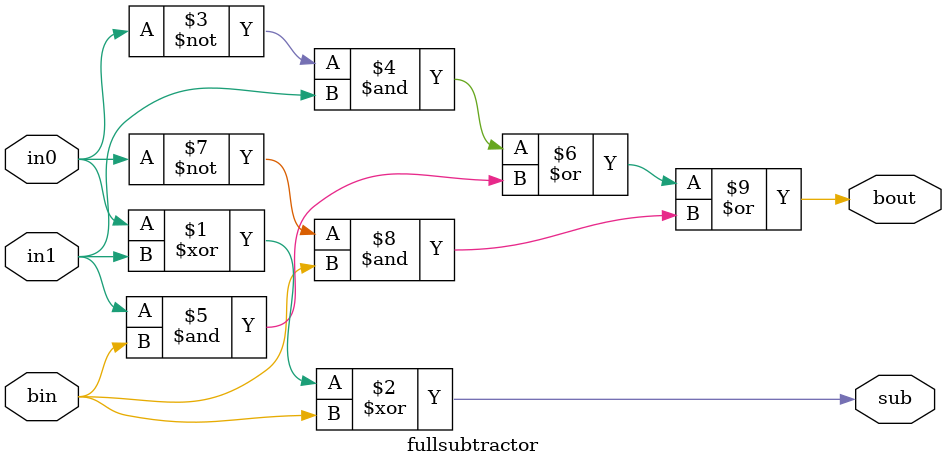
<source format=v>
module fullsubtractor(
    input in0, in1, bin,
    output sub, bout
    );

    assign sub = in0 ^ in1 ^ bin;
    assign bout = (~in0 & in1) | (in1 & bin) | (~in0 & bin);

endmodule
</source>
